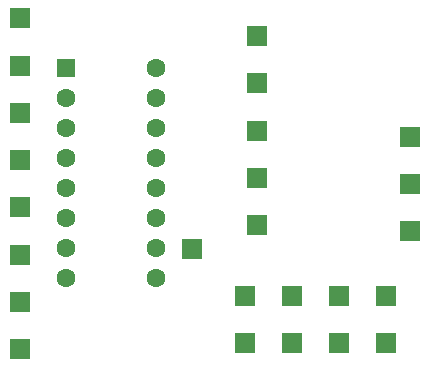
<source format=gbr>
%TF.GenerationSoftware,KiCad,Pcbnew,9.0.7*%
%TF.CreationDate,2026-01-12T11:45:57+08:00*%
%TF.ProjectId,Motherboard,4d6f7468-6572-4626-9f61-72642e6b6963,rev?*%
%TF.SameCoordinates,Original*%
%TF.FileFunction,Soldermask,Bot*%
%TF.FilePolarity,Negative*%
%FSLAX46Y46*%
G04 Gerber Fmt 4.6, Leading zero omitted, Abs format (unit mm)*
G04 Created by KiCad (PCBNEW 9.0.7) date 2026-01-12 11:45:57*
%MOMM*%
%LPD*%
G01*
G04 APERTURE LIST*
G04 Aperture macros list*
%AMRoundRect*
0 Rectangle with rounded corners*
0 $1 Rounding radius*
0 $2 $3 $4 $5 $6 $7 $8 $9 X,Y pos of 4 corners*
0 Add a 4 corners polygon primitive as box body*
4,1,4,$2,$3,$4,$5,$6,$7,$8,$9,$2,$3,0*
0 Add four circle primitives for the rounded corners*
1,1,$1+$1,$2,$3*
1,1,$1+$1,$4,$5*
1,1,$1+$1,$6,$7*
1,1,$1+$1,$8,$9*
0 Add four rect primitives between the rounded corners*
20,1,$1+$1,$2,$3,$4,$5,0*
20,1,$1+$1,$4,$5,$6,$7,0*
20,1,$1+$1,$6,$7,$8,$9,0*
20,1,$1+$1,$8,$9,$2,$3,0*%
G04 Aperture macros list end*
%ADD10R,1.700000X1.700000*%
%ADD11C,1.600000*%
%ADD12RoundRect,0.250000X-0.550000X-0.550000X0.550000X-0.550000X0.550000X0.550000X-0.550000X0.550000X0*%
G04 APERTURE END LIST*
D10*
%TO.C,C-1*%
X111000000Y-142000000D03*
%TD*%
%TO.C,C-2*%
X115000000Y-142000000D03*
%TD*%
%TO.C,C-3*%
X119000000Y-142000000D03*
%TD*%
%TO.C,C-4*%
X123000000Y-142000000D03*
%TD*%
%TO.C,C1*%
X111000000Y-138000000D03*
%TD*%
%TO.C,C2*%
X115000000Y-138000000D03*
%TD*%
%TO.C,C3*%
X119000000Y-138000000D03*
%TD*%
%TO.C,C4*%
X123000000Y-138000000D03*
%TD*%
D11*
%TO.C,U1*%
X103500000Y-118720000D03*
X103500000Y-121260000D03*
X103500000Y-123800000D03*
X103500000Y-126340000D03*
X103500000Y-128880000D03*
X103500000Y-131420000D03*
X103500000Y-133960000D03*
X103500000Y-136500000D03*
X95880000Y-136500000D03*
X95880000Y-133960000D03*
X95880000Y-131420000D03*
X95880000Y-128880000D03*
X95880000Y-126340000D03*
X95880000Y-123800000D03*
X95880000Y-121260000D03*
D12*
X95880000Y-118720000D03*
%TD*%
D10*
%TO.C,Vdd1*%
X112000000Y-116000000D03*
%TD*%
%TO.C,MOSI2*%
X125000000Y-132500000D03*
%TD*%
%TO.C,MISO2*%
X125000000Y-128500000D03*
%TD*%
%TO.C,CLK2*%
X125000000Y-124500000D03*
%TD*%
%TO.C,CH7*%
X92000000Y-142500000D03*
%TD*%
%TO.C,CH0*%
X92000000Y-114500000D03*
%TD*%
%TO.C,GND1*%
X112000000Y-120000000D03*
%TD*%
%TO.C,CH2*%
X92000000Y-122500000D03*
%TD*%
%TO.C,CH4*%
X92000000Y-130500000D03*
%TD*%
%TO.C,MISO1*%
X112000000Y-128000000D03*
%TD*%
%TO.C,MOSI1*%
X112000000Y-132000000D03*
%TD*%
%TO.C,CH6*%
X92000000Y-138500000D03*
%TD*%
%TO.C,CH1*%
X92000000Y-118500000D03*
%TD*%
%TO.C,CH5*%
X92000000Y-134500000D03*
%TD*%
%TO.C,CH3*%
X92000000Y-126500000D03*
%TD*%
%TO.C,CS1*%
X106500000Y-134000000D03*
%TD*%
%TO.C,CLK3*%
X112000000Y-124000000D03*
%TD*%
M02*

</source>
